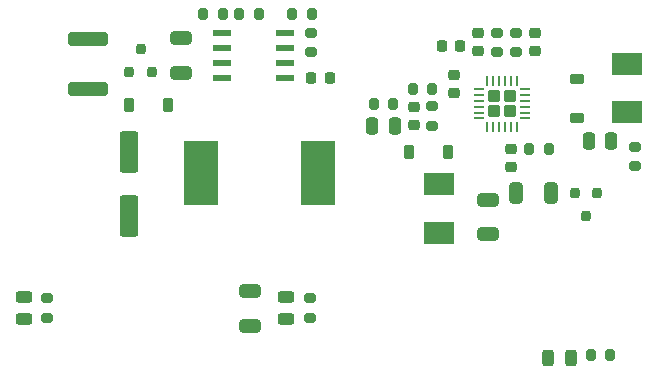
<source format=gtp>
G04 #@! TF.GenerationSoftware,KiCad,Pcbnew,7.0.8*
G04 #@! TF.CreationDate,2023-11-17T13:56:21+01:00*
G04 #@! TF.ProjectId,shmoergh-dual-rail-psu,73686d6f-6572-4676-982d-6475616c2d72,rev?*
G04 #@! TF.SameCoordinates,Original*
G04 #@! TF.FileFunction,Paste,Top*
G04 #@! TF.FilePolarity,Positive*
%FSLAX46Y46*%
G04 Gerber Fmt 4.6, Leading zero omitted, Abs format (unit mm)*
G04 Created by KiCad (PCBNEW 7.0.8) date 2023-11-17 13:56:21*
%MOMM*%
%LPD*%
G01*
G04 APERTURE LIST*
G04 Aperture macros list*
%AMRoundRect*
0 Rectangle with rounded corners*
0 $1 Rounding radius*
0 $2 $3 $4 $5 $6 $7 $8 $9 X,Y pos of 4 corners*
0 Add a 4 corners polygon primitive as box body*
4,1,4,$2,$3,$4,$5,$6,$7,$8,$9,$2,$3,0*
0 Add four circle primitives for the rounded corners*
1,1,$1+$1,$2,$3*
1,1,$1+$1,$4,$5*
1,1,$1+$1,$6,$7*
1,1,$1+$1,$8,$9*
0 Add four rect primitives between the rounded corners*
20,1,$1+$1,$2,$3,$4,$5,0*
20,1,$1+$1,$4,$5,$6,$7,0*
20,1,$1+$1,$6,$7,$8,$9,0*
20,1,$1+$1,$8,$9,$2,$3,0*%
G04 Aperture macros list end*
%ADD10RoundRect,0.200000X-0.275000X0.200000X-0.275000X-0.200000X0.275000X-0.200000X0.275000X0.200000X0*%
%ADD11RoundRect,0.250000X0.325000X0.650000X-0.325000X0.650000X-0.325000X-0.650000X0.325000X-0.650000X0*%
%ADD12R,2.500000X1.900000*%
%ADD13RoundRect,0.200000X-0.200000X0.250000X-0.200000X-0.250000X0.200000X-0.250000X0.200000X0.250000X0*%
%ADD14R,1.550000X0.600000*%
%ADD15RoundRect,0.200000X-0.200000X-0.275000X0.200000X-0.275000X0.200000X0.275000X-0.200000X0.275000X0*%
%ADD16R,2.900000X5.400000*%
%ADD17RoundRect,0.200000X0.275000X-0.200000X0.275000X0.200000X-0.275000X0.200000X-0.275000X-0.200000X0*%
%ADD18RoundRect,0.200000X0.200000X0.275000X-0.200000X0.275000X-0.200000X-0.275000X0.200000X-0.275000X0*%
%ADD19RoundRect,0.225000X0.250000X-0.225000X0.250000X0.225000X-0.250000X0.225000X-0.250000X-0.225000X0*%
%ADD20RoundRect,0.250000X0.650000X-0.325000X0.650000X0.325000X-0.650000X0.325000X-0.650000X-0.325000X0*%
%ADD21RoundRect,0.225000X-0.225000X-0.250000X0.225000X-0.250000X0.225000X0.250000X-0.225000X0.250000X0*%
%ADD22RoundRect,0.225000X-0.250000X0.225000X-0.250000X-0.225000X0.250000X-0.225000X0.250000X0.225000X0*%
%ADD23RoundRect,0.225000X0.225000X0.375000X-0.225000X0.375000X-0.225000X-0.375000X0.225000X-0.375000X0*%
%ADD24RoundRect,0.243750X-0.456250X0.243750X-0.456250X-0.243750X0.456250X-0.243750X0.456250X0.243750X0*%
%ADD25RoundRect,0.250000X0.550000X-1.500000X0.550000X1.500000X-0.550000X1.500000X-0.550000X-1.500000X0*%
%ADD26RoundRect,0.250000X-0.250000X-0.475000X0.250000X-0.475000X0.250000X0.475000X-0.250000X0.475000X0*%
%ADD27RoundRect,0.225000X-0.225000X-0.375000X0.225000X-0.375000X0.225000X0.375000X-0.225000X0.375000X0*%
%ADD28RoundRect,0.225000X0.225000X0.250000X-0.225000X0.250000X-0.225000X-0.250000X0.225000X-0.250000X0*%
%ADD29RoundRect,0.250000X0.250000X0.475000X-0.250000X0.475000X-0.250000X-0.475000X0.250000X-0.475000X0*%
%ADD30RoundRect,0.225000X-0.375000X0.225000X-0.375000X-0.225000X0.375000X-0.225000X0.375000X0.225000X0*%
%ADD31RoundRect,0.200000X0.200000X-0.250000X0.200000X0.250000X-0.200000X0.250000X-0.200000X-0.250000X0*%
%ADD32RoundRect,0.243750X0.243750X0.456250X-0.243750X0.456250X-0.243750X-0.456250X0.243750X-0.456250X0*%
%ADD33RoundRect,0.250000X-0.650000X0.325000X-0.650000X-0.325000X0.650000X-0.325000X0.650000X0.325000X0*%
%ADD34RoundRect,0.250000X0.275000X-0.275000X0.275000X0.275000X-0.275000X0.275000X-0.275000X-0.275000X0*%
%ADD35RoundRect,0.062500X0.062500X-0.350000X0.062500X0.350000X-0.062500X0.350000X-0.062500X-0.350000X0*%
%ADD36RoundRect,0.062500X0.350000X-0.062500X0.350000X0.062500X-0.350000X0.062500X-0.350000X-0.062500X0*%
%ADD37RoundRect,0.250000X-1.450000X0.312500X-1.450000X-0.312500X1.450000X-0.312500X1.450000X0.312500X0*%
G04 APERTURE END LIST*
D10*
X52465000Y-18218500D03*
X52465000Y-19868500D03*
D11*
X72740000Y-31756000D03*
X69790000Y-31756000D03*
D12*
X79215000Y-20806000D03*
X79215000Y-24906000D03*
D13*
X76665000Y-31756000D03*
X74765000Y-31756000D03*
X75715000Y-33756000D03*
D14*
X50283600Y-22036400D03*
X50283600Y-20766400D03*
X50283600Y-19496400D03*
X50283600Y-18226400D03*
X44883600Y-18226400D03*
X44883600Y-19496400D03*
X44883600Y-20766400D03*
X44883600Y-22036400D03*
D15*
X61052500Y-22956000D03*
X62702500Y-22956000D03*
D16*
X43151200Y-30117000D03*
X53051200Y-30117000D03*
D17*
X68215000Y-19831000D03*
X68215000Y-18181000D03*
D15*
X70927500Y-28006000D03*
X72577500Y-28006000D03*
D18*
X44952500Y-16606000D03*
X43302500Y-16606000D03*
D19*
X66615000Y-19781000D03*
X66615000Y-18231000D03*
D20*
X67415000Y-35281000D03*
X67415000Y-32331000D03*
D21*
X52477500Y-22056000D03*
X54027500Y-22056000D03*
D22*
X71415000Y-18231000D03*
X71415000Y-19781000D03*
D23*
X40365000Y-24356000D03*
X37065000Y-24356000D03*
D24*
X28140000Y-40568500D03*
X28140000Y-42443500D03*
D25*
X37065000Y-33706000D03*
X37065000Y-28306000D03*
D20*
X41465000Y-21631000D03*
X41465000Y-18681000D03*
D19*
X64565000Y-23343500D03*
X64565000Y-21793500D03*
D18*
X48027500Y-16606000D03*
X46377500Y-16606000D03*
D22*
X69365000Y-28018500D03*
X69365000Y-29568500D03*
D26*
X75965000Y-27356000D03*
X77865000Y-27356000D03*
D24*
X50365000Y-40568500D03*
X50365000Y-42443500D03*
D27*
X60765000Y-28262800D03*
X64065000Y-28262800D03*
D28*
X65052500Y-19356000D03*
X63502500Y-19356000D03*
D29*
X59540000Y-26056000D03*
X57640000Y-26056000D03*
D17*
X30090000Y-42331000D03*
X30090000Y-40681000D03*
X52340000Y-42331000D03*
X52340000Y-40681000D03*
D30*
X74965000Y-22106000D03*
X74965000Y-25406000D03*
D31*
X37065000Y-21556000D03*
X38965000Y-21556000D03*
X38015000Y-19556000D03*
D10*
X62665000Y-24431000D03*
X62665000Y-26081000D03*
D19*
X61140000Y-26031000D03*
X61140000Y-24481000D03*
D12*
X63265000Y-35128800D03*
X63265000Y-31028800D03*
D15*
X57752500Y-24206000D03*
X59402500Y-24206000D03*
D32*
X74422000Y-45720000D03*
X72547000Y-45720000D03*
D33*
X47265000Y-40081000D03*
X47265000Y-43031000D03*
D17*
X69815000Y-19831000D03*
X69815000Y-18181000D03*
D15*
X50852500Y-16606000D03*
X52502500Y-16606000D03*
D34*
X67965000Y-24856000D03*
X69265000Y-24856000D03*
X67965000Y-23556000D03*
X69265000Y-23556000D03*
D35*
X67365000Y-26143500D03*
X67865000Y-26143500D03*
X68365000Y-26143500D03*
X68865000Y-26143500D03*
X69365000Y-26143500D03*
X69865000Y-26143500D03*
D36*
X70552500Y-25456000D03*
X70552500Y-24956000D03*
X70552500Y-24456000D03*
X70552500Y-23956000D03*
X70552500Y-23456000D03*
X70552500Y-22956000D03*
D35*
X69865000Y-22268500D03*
X69365000Y-22268500D03*
X68865000Y-22268500D03*
X68365000Y-22268500D03*
X67865000Y-22268500D03*
X67365000Y-22268500D03*
D36*
X66677500Y-22956000D03*
X66677500Y-23456000D03*
X66677500Y-23956000D03*
X66677500Y-24456000D03*
X66677500Y-24956000D03*
X66677500Y-25456000D03*
D15*
X76137000Y-45466000D03*
X77787000Y-45466000D03*
D37*
X33547000Y-18708500D03*
X33547000Y-22983500D03*
D10*
X79865000Y-27856000D03*
X79865000Y-29506000D03*
M02*

</source>
